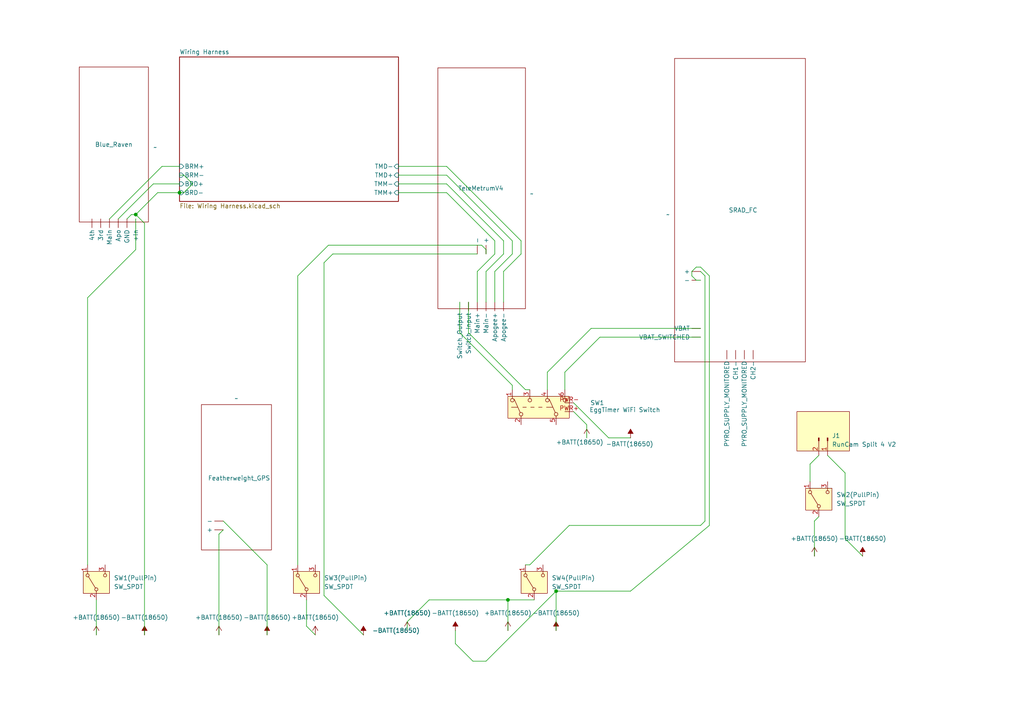
<source format=kicad_sch>
(kicad_sch
	(version 20250114)
	(generator "eeschema")
	(generator_version "9.0")
	(uuid "f8d5e588-4357-488b-83a5-c5507066dba0")
	(paper "A4")
	(title_block
		(title "Liquid Project Avionics Bay Wiring")
		(date "2025-10-11")
		(rev "IR")
		(company "Missouri S&T Rocket Design Team")
		(comment 1 "Author(s): Isaac Lough")
	)
	(lib_symbols
		(symbol "Connector:Conn_01x02_Pin"
			(pin_names
				(offset 1.016)
				(hide yes)
			)
			(exclude_from_sim no)
			(in_bom yes)
			(on_board yes)
			(property "Reference" "J1"
				(at -0.6351 1.27 90)
				(effects
					(font
						(size 1.27 1.27)
					)
					(justify left)
				)
			)
			(property "Value" "RunCam Split 4 V2"
				(at 1.9049 1.27 90)
				(effects
					(font
						(size 1.27 1.27)
					)
					(justify left)
				)
			)
			(property "Footprint" ""
				(at 0 0 0)
				(effects
					(font
						(size 1.27 1.27)
					)
					(hide yes)
				)
			)
			(property "Datasheet" "~"
				(at 0 0 0)
				(effects
					(font
						(size 1.27 1.27)
					)
					(hide yes)
				)
			)
			(property "Description" "Generic connector, single row, 01x02, script generated"
				(at 0 0 0)
				(effects
					(font
						(size 1.27 1.27)
					)
					(hide yes)
				)
			)
			(property "ki_locked" ""
				(at 0 0 0)
				(effects
					(font
						(size 1.27 1.27)
					)
				)
			)
			(property "ki_keywords" "connector"
				(at 0 0 0)
				(effects
					(font
						(size 1.27 1.27)
					)
					(hide yes)
				)
			)
			(property "ki_fp_filters" "Connector*:*_1x??_*"
				(at 0 0 0)
				(effects
					(font
						(size 1.27 1.27)
					)
					(hide yes)
				)
			)
			(symbol "Conn_01x02_Pin_1_1"
				(rectangle
					(start -7.62 6.35)
					(end 3.81 -8.89)
					(stroke
						(width 0)
						(type solid)
					)
					(fill
						(type color)
						(color 255 255 194 1)
					)
				)
				(rectangle
					(start 0.8636 0.127)
					(end 0 -0.127)
					(stroke
						(width 0.1524)
						(type default)
					)
					(fill
						(type outline)
					)
				)
				(rectangle
					(start 0.8636 -2.413)
					(end 0 -2.667)
					(stroke
						(width 0.1524)
						(type default)
					)
					(fill
						(type outline)
					)
				)
				(polyline
					(pts
						(xy 1.27 0) (xy 0.8636 0)
					)
					(stroke
						(width 0.1524)
						(type default)
					)
					(fill
						(type none)
					)
				)
				(polyline
					(pts
						(xy 1.27 -2.54) (xy 0.8636 -2.54)
					)
					(stroke
						(width 0.1524)
						(type default)
					)
					(fill
						(type none)
					)
				)
				(pin passive line
					(at 5.08 0 180)
					(length 3.81)
					(name "Pin_1"
						(effects
							(font
								(size 1.27 1.27)
							)
						)
					)
					(number "1"
						(effects
							(font
								(size 1.27 1.27)
							)
						)
					)
				)
				(pin passive line
					(at 5.08 -2.54 180)
					(length 3.81)
					(name "Pin_2"
						(effects
							(font
								(size 1.27 1.27)
							)
						)
					)
					(number "2"
						(effects
							(font
								(size 1.27 1.27)
							)
						)
					)
				)
			)
			(embedded_fonts no)
		)
		(symbol "MST_RDT_Altimeters:BlueRavenV4"
			(exclude_from_sim no)
			(in_bom yes)
			(on_board yes)
			(property "Reference" "BlueRaven"
				(at 0 0 0)
				(effects
					(font
						(size 1.27 1.27)
					)
					(hide yes)
				)
			)
			(property "Value" ""
				(at 0 0 0)
				(effects
					(font
						(size 1.27 1.27)
					)
				)
			)
			(property "Footprint" ""
				(at 0 0 0)
				(effects
					(font
						(size 1.27 1.27)
					)
					(hide yes)
				)
			)
			(property "Datasheet" ""
				(at 0 0 0)
				(effects
					(font
						(size 1.27 1.27)
					)
					(hide yes)
				)
			)
			(property "Description" ""
				(at 0 0 0)
				(effects
					(font
						(size 1.27 1.27)
					)
					(hide yes)
				)
			)
			(symbol "BlueRavenV4_0_1"
				(rectangle
					(start -10.033 22.479)
					(end 10.033 -22.479)
					(stroke
						(width 0)
						(type default)
					)
					(fill
						(type none)
					)
				)
			)
			(symbol "BlueRavenV4_1_1"
				(pin input line
					(at -6.35 -21.59 270)
					(length 2.54)
					(name "4th"
						(effects
							(font
								(size 1.27 1.27)
							)
						)
					)
					(number ""
						(effects
							(font
								(size 1.27 1.27)
							)
						)
					)
				)
				(pin input line
					(at -3.81 -21.59 270)
					(length 2.54)
					(name "3rd"
						(effects
							(font
								(size 1.27 1.27)
							)
						)
					)
					(number ""
						(effects
							(font
								(size 1.27 1.27)
							)
						)
					)
				)
				(pin input line
					(at -1.27 -21.59 270)
					(length 2.54)
					(name "Main"
						(effects
							(font
								(size 1.27 1.27)
							)
						)
					)
					(number ""
						(effects
							(font
								(size 1.27 1.27)
							)
						)
					)
				)
				(pin input line
					(at 1.27 -21.59 270)
					(length 2.54)
					(name "Apo"
						(effects
							(font
								(size 1.27 1.27)
							)
						)
					)
					(number ""
						(effects
							(font
								(size 1.27 1.27)
							)
						)
					)
				)
				(pin input line
					(at 3.81 -21.59 270)
					(length 2.54)
					(name "GND"
						(effects
							(font
								(size 1.27 1.27)
							)
						)
					)
					(number ""
						(effects
							(font
								(size 1.27 1.27)
							)
						)
					)
				)
				(pin input line
					(at 6.35 -21.59 270)
					(length 2.54)
					(name "+In"
						(effects
							(font
								(size 1.27 1.27)
							)
						)
					)
					(number ""
						(effects
							(font
								(size 1.27 1.27)
							)
						)
					)
				)
			)
			(embedded_fonts no)
		)
		(symbol "MST_RDT_Altimeters:Featherweight_GPS"
			(exclude_from_sim no)
			(in_bom yes)
			(on_board yes)
			(property "Reference" "FeatherweightGPS"
				(at 0 0 0)
				(effects
					(font
						(size 1.27 1.27)
					)
				)
			)
			(property "Value" ""
				(at 0 0 0)
				(effects
					(font
						(size 1.27 1.27)
					)
				)
			)
			(property "Footprint" ""
				(at 0 0 0)
				(effects
					(font
						(size 1.27 1.27)
					)
					(hide yes)
				)
			)
			(property "Datasheet" ""
				(at 0 0 0)
				(effects
					(font
						(size 1.27 1.27)
					)
					(hide yes)
				)
			)
			(property "Description" ""
				(at 0 0 0)
				(effects
					(font
						(size 1.27 1.27)
					)
					(hide yes)
				)
			)
			(symbol "Featherweight_GPS_0_1"
				(rectangle
					(start -10.16 21.082)
					(end 10.16 -21.082)
					(stroke
						(width 0)
						(type default)
					)
					(fill
						(type none)
					)
				)
			)
			(symbol "Featherweight_GPS_1_1"
				(pin power_in line
					(at -3.81 -12.7 180)
					(length 2.54)
					(name "-"
						(effects
							(font
								(size 1.27 1.27)
							)
						)
					)
					(number ""
						(effects
							(font
								(size 1.27 1.27)
							)
						)
					)
				)
				(pin power_in line
					(at -3.81 -15.24 180)
					(length 2.54)
					(name "+"
						(effects
							(font
								(size 1.27 1.27)
							)
						)
					)
					(number ""
						(effects
							(font
								(size 1.27 1.27)
							)
						)
					)
				)
			)
			(embedded_fonts no)
		)
		(symbol "MST_RDT_Altimeters:SRAD_FC"
			(exclude_from_sim no)
			(in_bom yes)
			(on_board yes)
			(property "Reference" "SRAD_FC"
				(at 0 0 0)
				(effects
					(font
						(size 1.27 1.27)
					)
				)
			)
			(property "Value" ""
				(at 0 0 0)
				(effects
					(font
						(size 1.27 1.27)
					)
				)
			)
			(property "Footprint" ""
				(at 0 0 0)
				(effects
					(font
						(size 1.27 1.27)
					)
					(hide yes)
				)
			)
			(property "Datasheet" ""
				(at 0 0 0)
				(effects
					(font
						(size 1.27 1.27)
					)
					(hide yes)
				)
			)
			(property "Description" ""
				(at 0 0 0)
				(effects
					(font
						(size 1.27 1.27)
					)
					(hide yes)
				)
			)
			(symbol "SRAD_FC_0_1"
				(rectangle
					(start -18.975 44)
					(end 18.975 -44)
					(stroke
						(width 0)
						(type default)
					)
					(fill
						(type none)
					)
				)
			)
			(symbol "SRAD_FC_1_1"
				(pin input line
					(at -11.43 -17.78 180)
					(length 2.54)
					(name "+"
						(effects
							(font
								(size 1.27 1.27)
							)
						)
					)
					(number ""
						(effects
							(font
								(size 1.27 1.27)
							)
						)
					)
				)
				(pin input line
					(at -11.43 -20.32 180)
					(length 2.54)
					(name "-"
						(effects
							(font
								(size 1.27 1.27)
							)
						)
					)
					(number ""
						(effects
							(font
								(size 1.27 1.27)
							)
						)
					)
				)
				(pin input line
					(at -11.43 -34.29 180)
					(length 2.54)
					(name "VBAT"
						(effects
							(font
								(size 1.27 1.27)
							)
						)
					)
					(number ""
						(effects
							(font
								(size 1.27 1.27)
							)
						)
					)
				)
				(pin input line
					(at -11.43 -36.83 180)
					(length 2.54)
					(name "VBAT_SWITCHED"
						(effects
							(font
								(size 1.27 1.27)
							)
						)
					)
					(number ""
						(effects
							(font
								(size 1.27 1.27)
							)
						)
					)
				)
				(pin input line
					(at -3.81 -40.64 270)
					(length 2.54)
					(name "PYRO_SUPPLY_MONITORED"
						(effects
							(font
								(size 1.27 1.27)
							)
						)
					)
					(number ""
						(effects
							(font
								(size 1.27 1.27)
							)
						)
					)
				)
				(pin input line
					(at -1.27 -40.64 270)
					(length 2.54)
					(name "CH1-"
						(effects
							(font
								(size 1.27 1.27)
							)
						)
					)
					(number ""
						(effects
							(font
								(size 1.27 1.27)
							)
						)
					)
				)
				(pin input line
					(at 1.27 -40.64 270)
					(length 2.54)
					(name "PYRO_SUPPLY_MONITORED"
						(effects
							(font
								(size 1.27 1.27)
							)
						)
					)
					(number ""
						(effects
							(font
								(size 1.27 1.27)
							)
						)
					)
				)
				(pin input line
					(at 3.81 -40.64 270)
					(length 2.54)
					(name "CH2-"
						(effects
							(font
								(size 1.27 1.27)
							)
						)
					)
					(number ""
						(effects
							(font
								(size 1.27 1.27)
							)
						)
					)
				)
			)
			(embedded_fonts no)
		)
		(symbol "MST_RDT_Altimeters:TeleMetrum_V4"
			(exclude_from_sim no)
			(in_bom yes)
			(on_board yes)
			(property "Reference" "TeleMetrumV4"
				(at 0 0 0)
				(effects
					(font
						(size 1.27 1.27)
					)
				)
			)
			(property "Value" ""
				(at 0 0 0)
				(effects
					(font
						(size 1.27 1.27)
					)
				)
			)
			(property "Footprint" ""
				(at 0 0 0)
				(effects
					(font
						(size 1.27 1.27)
					)
					(hide yes)
				)
			)
			(property "Datasheet" ""
				(at 0 0 0)
				(effects
					(font
						(size 1.27 1.27)
					)
					(hide yes)
				)
			)
			(property "Description" ""
				(at 0 0 0)
				(effects
					(font
						(size 1.27 1.27)
					)
					(hide yes)
				)
			)
			(symbol "TeleMetrum_V4_0_1"
				(rectangle
					(start -12.7 34.925)
					(end 12.7 -34.925)
					(stroke
						(width 0)
						(type default)
					)
					(fill
						(type none)
					)
				)
			)
			(symbol "TeleMetrum_V4_1_1"
				(pin input line
					(at -6.35 -33.02 270)
					(length 2.54)
					(name "Switch_Output"
						(effects
							(font
								(size 1.27 1.27)
							)
						)
					)
					(number ""
						(effects
							(font
								(size 1.27 1.27)
							)
						)
					)
				)
				(pin input line
					(at -3.81 -33.02 270)
					(length 2.54)
					(name "Switch_Input"
						(effects
							(font
								(size 1.27 1.27)
							)
						)
					)
					(number ""
						(effects
							(font
								(size 1.27 1.27)
							)
						)
					)
				)
				(pin power_in line
					(at -1.27 -19.05 90)
					(length 2.54)
					(name "-"
						(effects
							(font
								(size 1.27 1.27)
							)
						)
					)
					(number ""
						(effects
							(font
								(size 1.27 1.27)
							)
						)
					)
				)
				(pin input line
					(at -1.27 -33.02 270)
					(length 2.54)
					(name "Main+"
						(effects
							(font
								(size 1.27 1.27)
							)
						)
					)
					(number ""
						(effects
							(font
								(size 1.27 1.27)
							)
						)
					)
				)
				(pin power_in line
					(at 1.27 -19.05 90)
					(length 2.54)
					(name "+"
						(effects
							(font
								(size 1.27 1.27)
							)
						)
					)
					(number ""
						(effects
							(font
								(size 1.27 1.27)
							)
						)
					)
				)
				(pin input line
					(at 1.27 -33.02 270)
					(length 2.54)
					(name "Main-"
						(effects
							(font
								(size 1.27 1.27)
							)
						)
					)
					(number ""
						(effects
							(font
								(size 1.27 1.27)
							)
						)
					)
				)
				(pin input line
					(at 3.81 -33.02 270)
					(length 2.54)
					(name "Apogee+"
						(effects
							(font
								(size 1.27 1.27)
							)
						)
					)
					(number ""
						(effects
							(font
								(size 1.27 1.27)
							)
						)
					)
				)
				(pin input line
					(at 6.35 -33.02 270)
					(length 2.54)
					(name "Apogee-"
						(effects
							(font
								(size 1.27 1.27)
							)
						)
					)
					(number ""
						(effects
							(font
								(size 1.27 1.27)
							)
						)
					)
				)
			)
			(embedded_fonts no)
		)
		(symbol "Switch:SW_Push_DPDT"
			(pin_names
				(offset 0)
				(hide yes)
			)
			(exclude_from_sim no)
			(in_bom yes)
			(on_board yes)
			(property "Reference" "SW1"
				(at 1.2701 -10.16 90)
				(effects
					(font
						(size 1.27 1.27)
					)
					(justify right)
				)
			)
			(property "Value" "EggTimer WiFi Switch"
				(at -1.2699 -10.16 90)
				(effects
					(font
						(size 1.27 1.27)
					)
					(justify right)
				)
			)
			(property "Footprint" ""
				(at 0 5.08 0)
				(effects
					(font
						(size 1.27 1.27)
					)
					(hide yes)
				)
			)
			(property "Datasheet" "~"
				(at 0 5.08 0)
				(effects
					(font
						(size 1.27 1.27)
					)
					(hide yes)
				)
			)
			(property "Description" "Momentary Switch, dual pole double throw"
				(at 0 0 0)
				(effects
					(font
						(size 1.27 1.27)
					)
					(hide yes)
				)
			)
			(property "ki_keywords" "switch dual-pole double-throw spdt ON-ON"
				(at 0 0 0)
				(effects
					(font
						(size 1.27 1.27)
					)
					(hide yes)
				)
			)
			(symbol "SW_Push_DPDT_0_0"
				(circle
					(center -2.032 5.08)
					(radius 0.508)
					(stroke
						(width 0)
						(type default)
					)
					(fill
						(type none)
					)
				)
				(circle
					(center -2.032 -5.08)
					(radius 0.508)
					(stroke
						(width 0)
						(type default)
					)
					(fill
						(type none)
					)
				)
				(circle
					(center 2.032 2.54)
					(radius 0.508)
					(stroke
						(width 0)
						(type default)
					)
					(fill
						(type none)
					)
				)
				(circle
					(center 2.032 -7.62)
					(radius 0.508)
					(stroke
						(width 0)
						(type default)
					)
					(fill
						(type none)
					)
				)
			)
			(symbol "SW_Push_DPDT_0_1"
				(polyline
					(pts
						(xy -1.524 5.334) (xy 2.3368 7.0612)
					)
					(stroke
						(width 0)
						(type default)
					)
					(fill
						(type none)
					)
				)
				(polyline
					(pts
						(xy -1.524 -4.826) (xy 2.3368 -3.0988)
					)
					(stroke
						(width 0)
						(type default)
					)
					(fill
						(type none)
					)
				)
				(polyline
					(pts
						(xy 0 7.874) (xy 0 6.096)
					)
					(stroke
						(width 0)
						(type default)
					)
					(fill
						(type none)
					)
				)
				(polyline
					(pts
						(xy 0 3.556) (xy 0 4.572)
					)
					(stroke
						(width 0)
						(type default)
					)
					(fill
						(type none)
					)
				)
				(polyline
					(pts
						(xy 0 1.27) (xy 0 2.286)
					)
					(stroke
						(width 0)
						(type default)
					)
					(fill
						(type none)
					)
				)
				(polyline
					(pts
						(xy 0 -1.016) (xy 0 0)
					)
					(stroke
						(width 0)
						(type default)
					)
					(fill
						(type none)
					)
				)
				(polyline
					(pts
						(xy 0 -2.286) (xy 0 -4.064)
					)
					(stroke
						(width 0)
						(type default)
					)
					(fill
						(type none)
					)
				)
				(circle
					(center 2.032 7.62)
					(radius 0.508)
					(stroke
						(width 0)
						(type default)
					)
					(fill
						(type none)
					)
				)
				(circle
					(center 2.032 -2.54)
					(radius 0.508)
					(stroke
						(width 0)
						(type default)
					)
					(fill
						(type none)
					)
				)
			)
			(symbol "SW_Push_DPDT_1_1"
				(rectangle
					(start -3.175 8.89)
					(end 3.175 -8.89)
					(stroke
						(width 0)
						(type default)
					)
					(fill
						(type background)
					)
				)
				(pin passive line
					(at -5.08 5.08 0)
					(length 2.54)
					(name "B"
						(effects
							(font
								(size 1.27 1.27)
							)
						)
					)
					(number "2"
						(effects
							(font
								(size 1.27 1.27)
							)
						)
					)
				)
				(pin passive line
					(at -5.08 -5.08 0)
					(length 2.54)
					(name "B"
						(effects
							(font
								(size 1.27 1.27)
							)
						)
					)
					(number "5"
						(effects
							(font
								(size 1.27 1.27)
							)
						)
					)
				)
				(pin power_in line
					(at -1.27 -10.16 90)
					(length 2.54)
					(name "PWR+"
						(effects
							(font
								(size 1.27 1.27)
							)
						)
					)
					(number "PWR+"
						(effects
							(font
								(size 1.27 1.27)
							)
						)
					)
				)
				(pin power_in line
					(at 1.27 -10.16 90)
					(length 2.54)
					(name "PWR-"
						(effects
							(font
								(size 1.27 1.27)
							)
						)
					)
					(number "PWR-"
						(effects
							(font
								(size 1.27 1.27)
							)
						)
					)
				)
				(pin passive line
					(at 5.08 7.62 180)
					(length 2.54)
					(name "A"
						(effects
							(font
								(size 1.27 1.27)
							)
						)
					)
					(number "1"
						(effects
							(font
								(size 1.27 1.27)
							)
						)
					)
				)
				(pin passive line
					(at 5.08 2.54 180)
					(length 2.54)
					(name "C"
						(effects
							(font
								(size 1.27 1.27)
							)
						)
					)
					(number "3"
						(effects
							(font
								(size 1.27 1.27)
							)
						)
					)
				)
				(pin passive line
					(at 5.08 -2.54 180)
					(length 2.54)
					(name "A"
						(effects
							(font
								(size 1.27 1.27)
							)
						)
					)
					(number "4"
						(effects
							(font
								(size 1.27 1.27)
							)
						)
					)
				)
				(pin passive line
					(at 5.08 -7.62 180)
					(length 2.54)
					(name "C"
						(effects
							(font
								(size 1.27 1.27)
							)
						)
					)
					(number "6"
						(effects
							(font
								(size 1.27 1.27)
							)
						)
					)
				)
			)
			(embedded_fonts no)
		)
		(symbol "Switch:SW_SPDT"
			(pin_names
				(offset 0)
				(hide yes)
			)
			(exclude_from_sim no)
			(in_bom yes)
			(on_board yes)
			(property "Reference" "SW"
				(at 0 5.08 0)
				(effects
					(font
						(size 1.27 1.27)
					)
				)
			)
			(property "Value" "SW_SPDT"
				(at 0 -5.08 0)
				(effects
					(font
						(size 1.27 1.27)
					)
				)
			)
			(property "Footprint" ""
				(at 0 0 0)
				(effects
					(font
						(size 1.27 1.27)
					)
					(hide yes)
				)
			)
			(property "Datasheet" "~"
				(at 0 -7.62 0)
				(effects
					(font
						(size 1.27 1.27)
					)
					(hide yes)
				)
			)
			(property "Description" "Switch, single pole double throw"
				(at 0 0 0)
				(effects
					(font
						(size 1.27 1.27)
					)
					(hide yes)
				)
			)
			(property "ki_keywords" "switch single-pole double-throw spdt ON-ON"
				(at 0 0 0)
				(effects
					(font
						(size 1.27 1.27)
					)
					(hide yes)
				)
			)
			(symbol "SW_SPDT_0_1"
				(circle
					(center -2.032 0)
					(radius 0.4572)
					(stroke
						(width 0)
						(type default)
					)
					(fill
						(type none)
					)
				)
				(polyline
					(pts
						(xy -1.651 0.254) (xy 1.651 2.286)
					)
					(stroke
						(width 0)
						(type default)
					)
					(fill
						(type none)
					)
				)
				(circle
					(center 2.032 2.54)
					(radius 0.4572)
					(stroke
						(width 0)
						(type default)
					)
					(fill
						(type none)
					)
				)
				(circle
					(center 2.032 -2.54)
					(radius 0.4572)
					(stroke
						(width 0)
						(type default)
					)
					(fill
						(type none)
					)
				)
			)
			(symbol "SW_SPDT_1_1"
				(rectangle
					(start -3.175 3.81)
					(end 3.175 -3.81)
					(stroke
						(width 0)
						(type default)
					)
					(fill
						(type background)
					)
				)
				(pin passive line
					(at -5.08 0 0)
					(length 2.54)
					(name "B"
						(effects
							(font
								(size 1.27 1.27)
							)
						)
					)
					(number "2"
						(effects
							(font
								(size 1.27 1.27)
							)
						)
					)
				)
				(pin passive line
					(at 5.08 2.54 180)
					(length 2.54)
					(name "A"
						(effects
							(font
								(size 1.27 1.27)
							)
						)
					)
					(number "1"
						(effects
							(font
								(size 1.27 1.27)
							)
						)
					)
				)
				(pin passive line
					(at 5.08 -2.54 180)
					(length 2.54)
					(name "C"
						(effects
							(font
								(size 1.27 1.27)
							)
						)
					)
					(number "3"
						(effects
							(font
								(size 1.27 1.27)
							)
						)
					)
				)
			)
			(embedded_fonts no)
		)
		(symbol "power:+BATT"
			(power)
			(pin_numbers
				(hide yes)
			)
			(pin_names
				(offset 0)
				(hide yes)
			)
			(exclude_from_sim no)
			(in_bom yes)
			(on_board yes)
			(property "Reference" "#PWR"
				(at 0 -3.81 0)
				(effects
					(font
						(size 1.27 1.27)
					)
					(hide yes)
				)
			)
			(property "Value" "+BATT"
				(at 0 3.556 0)
				(effects
					(font
						(size 1.27 1.27)
					)
				)
			)
			(property "Footprint" ""
				(at 0 0 0)
				(effects
					(font
						(size 1.27 1.27)
					)
					(hide yes)
				)
			)
			(property "Datasheet" ""
				(at 0 0 0)
				(effects
					(font
						(size 1.27 1.27)
					)
					(hide yes)
				)
			)
			(property "Description" "Power symbol creates a global label with name \"+BATT\""
				(at 0 0 0)
				(effects
					(font
						(size 1.27 1.27)
					)
					(hide yes)
				)
			)
			(property "ki_keywords" "global power battery"
				(at 0 0 0)
				(effects
					(font
						(size 1.27 1.27)
					)
					(hide yes)
				)
			)
			(symbol "+BATT_0_1"
				(polyline
					(pts
						(xy -0.762 1.27) (xy 0 2.54)
					)
					(stroke
						(width 0)
						(type default)
					)
					(fill
						(type none)
					)
				)
				(polyline
					(pts
						(xy 0 2.54) (xy 0.762 1.27)
					)
					(stroke
						(width 0)
						(type default)
					)
					(fill
						(type none)
					)
				)
				(polyline
					(pts
						(xy 0 0) (xy 0 2.54)
					)
					(stroke
						(width 0)
						(type default)
					)
					(fill
						(type none)
					)
				)
			)
			(symbol "+BATT_1_1"
				(pin power_in line
					(at 0 0 90)
					(length 0)
					(name "~"
						(effects
							(font
								(size 1.27 1.27)
							)
						)
					)
					(number "1"
						(effects
							(font
								(size 1.27 1.27)
							)
						)
					)
				)
			)
			(embedded_fonts no)
		)
		(symbol "power:-BATT"
			(power)
			(pin_numbers
				(hide yes)
			)
			(pin_names
				(offset 0)
				(hide yes)
			)
			(exclude_from_sim no)
			(in_bom yes)
			(on_board yes)
			(property "Reference" "#PWR"
				(at 0 -3.81 0)
				(effects
					(font
						(size 1.27 1.27)
					)
					(hide yes)
				)
			)
			(property "Value" "-BATT"
				(at 0 3.556 0)
				(effects
					(font
						(size 1.27 1.27)
					)
				)
			)
			(property "Footprint" ""
				(at 0 0 0)
				(effects
					(font
						(size 1.27 1.27)
					)
					(hide yes)
				)
			)
			(property "Datasheet" ""
				(at 0 0 0)
				(effects
					(font
						(size 1.27 1.27)
					)
					(hide yes)
				)
			)
			(property "Description" "Power symbol creates a global label with name \"-BATT\""
				(at 0 0 0)
				(effects
					(font
						(size 1.27 1.27)
					)
					(hide yes)
				)
			)
			(property "ki_keywords" "global power battery"
				(at 0 0 0)
				(effects
					(font
						(size 1.27 1.27)
					)
					(hide yes)
				)
			)
			(symbol "-BATT_0_1"
				(polyline
					(pts
						(xy 0 0) (xy 0 2.54)
					)
					(stroke
						(width 0)
						(type default)
					)
					(fill
						(type none)
					)
				)
				(polyline
					(pts
						(xy 0.762 1.27) (xy -0.762 1.27) (xy 0 2.54) (xy 0.762 1.27)
					)
					(stroke
						(width 0)
						(type default)
					)
					(fill
						(type outline)
					)
				)
			)
			(symbol "-BATT_1_1"
				(pin power_in line
					(at 0 0 90)
					(length 0)
					(name "~"
						(effects
							(font
								(size 1.27 1.27)
							)
						)
					)
					(number "1"
						(effects
							(font
								(size 1.27 1.27)
							)
						)
					)
				)
			)
			(embedded_fonts no)
		)
	)
	(junction
		(at 39.37 62.23)
		(diameter 0)
		(color 0 0 0 0)
		(uuid "32f1adfa-dbf6-4b3f-b79b-267a6881d852")
	)
	(junction
		(at 147.32 173.99)
		(diameter 0)
		(color 0 0 0 0)
		(uuid "a39678c0-712a-4b6e-92b1-937a00ad6ac6")
	)
	(junction
		(at 52.07 55.88)
		(diameter 0)
		(color 0 0 0 0)
		(uuid "ef79c271-25e7-43bf-ae60-bd966701f334")
	)
	(junction
		(at 161.29 171.45)
		(diameter 0)
		(color 0 0 0 0)
		(uuid "f6d92238-dfef-4525-b30c-3d720d73f531")
	)
	(wire
		(pts
			(xy 143.51 69.85) (xy 129.54 55.88)
		)
		(stroke
			(width 0)
			(type default)
		)
		(uuid "02681cde-08d4-4ead-86d6-98aab61d6745")
	)
	(wire
		(pts
			(xy 55.88 53.34) (xy 53.34 55.88)
		)
		(stroke
			(width 0)
			(type default)
		)
		(uuid "0a1cb9b6-62d0-4d29-97d0-1c66ccb7448b")
	)
	(wire
		(pts
			(xy 148.59 111.76) (xy 133.35 96.52)
		)
		(stroke
			(width 0)
			(type default)
		)
		(uuid "0b297092-9811-4aad-8818-e6637250fe5f")
	)
	(wire
		(pts
			(xy 146.05 78.74) (xy 146.05 87.63)
		)
		(stroke
			(width 0)
			(type default)
		)
		(uuid "0c76406e-8726-4eee-9d1c-5a28e885fe92")
	)
	(wire
		(pts
			(xy 182.88 127) (xy 176.53 127)
		)
		(stroke
			(width 0)
			(type default)
		)
		(uuid "13f3a868-8722-4ae1-83d7-4455cd9bb3b6")
	)
	(wire
		(pts
			(xy 234.95 134.62) (xy 237.49 132.08)
		)
		(stroke
			(width 0)
			(type default)
		)
		(uuid "163495a7-d191-4b51-ad7a-4d819b550c2f")
	)
	(wire
		(pts
			(xy 115.57 50.8) (xy 129.54 50.8)
		)
		(stroke
			(width 0)
			(type default)
		)
		(uuid "17c3d99c-bf1e-49f7-bd33-4bc2f87cf01c")
	)
	(wire
		(pts
			(xy 140.97 78.74) (xy 140.97 87.63)
		)
		(stroke
			(width 0)
			(type default)
		)
		(uuid "195f6e72-7903-4de6-91bd-7fa31ff28e41")
	)
	(wire
		(pts
			(xy 152.4 163.83) (xy 153.67 163.83)
		)
		(stroke
			(width 0)
			(type default)
		)
		(uuid "2087e100-1aae-4874-bfa8-e325271cfb79")
	)
	(wire
		(pts
			(xy 38.1 62.23) (xy 39.37 62.23)
		)
		(stroke
			(width 0)
			(type default)
		)
		(uuid "2307144e-4378-443d-a231-1258d35826cd")
	)
	(wire
		(pts
			(xy 148.59 69.85) (xy 129.54 50.8)
		)
		(stroke
			(width 0)
			(type default)
		)
		(uuid "23795f60-af68-44aa-9234-42663937c58f")
	)
	(wire
		(pts
			(xy 41.91 184.15) (xy 41.91 64.77)
		)
		(stroke
			(width 0)
			(type default)
		)
		(uuid "2743412e-d042-40ac-996d-8f3d04ad94a1")
	)
	(wire
		(pts
			(xy 115.57 53.34) (xy 129.54 53.34)
		)
		(stroke
			(width 0)
			(type default)
		)
		(uuid "2b9efacf-9054-4486-8bf7-c4cbae583402")
	)
	(wire
		(pts
			(xy 63.5 184.15) (xy 63.5 154.94)
		)
		(stroke
			(width 0)
			(type default)
		)
		(uuid "2cc11cc6-8d1d-45aa-a0a9-e12319b6a9b0")
	)
	(wire
		(pts
			(xy 118.11 180.34) (xy 124.46 173.99)
		)
		(stroke
			(width 0)
			(type default)
		)
		(uuid "2d8ecf48-5785-442a-adf5-734e33aab7ed")
	)
	(wire
		(pts
			(xy 236.22 161.29) (xy 236.22 151.13)
		)
		(stroke
			(width 0)
			(type default)
		)
		(uuid "2fa61f2b-5a76-4186-88f2-f3ffa7bbc507")
	)
	(wire
		(pts
			(xy 201.93 77.47) (xy 200.66 78.74)
		)
		(stroke
			(width 0)
			(type default)
		)
		(uuid "32501ecd-8877-435f-99c2-9b983e4a44bd")
	)
	(wire
		(pts
			(xy 152.4 113.03) (xy 153.67 113.03)
		)
		(stroke
			(width 0)
			(type default)
		)
		(uuid "355376b4-37a8-46f2-85b1-1c51b40d14f8")
	)
	(wire
		(pts
			(xy 63.5 154.94) (xy 64.77 153.67)
		)
		(stroke
			(width 0)
			(type default)
		)
		(uuid "373d2114-f74d-4a4d-8752-42349730e29d")
	)
	(wire
		(pts
			(xy 46.99 48.26) (xy 52.07 48.26)
		)
		(stroke
			(width 0)
			(type default)
		)
		(uuid "38e60084-450c-4138-b70a-5184f68e0673")
	)
	(wire
		(pts
			(xy 203.2 152.4) (xy 204.47 151.13)
		)
		(stroke
			(width 0)
			(type default)
		)
		(uuid "3bc398e8-609e-4fae-87f6-0a74b5cedec3")
	)
	(wire
		(pts
			(xy 25.4 163.83) (xy 25.4 86.36)
		)
		(stroke
			(width 0)
			(type default)
		)
		(uuid "3fb05b33-6283-4561-bfe8-bf4afb4a1d0b")
	)
	(wire
		(pts
			(xy 143.51 78.74) (xy 143.51 87.63)
		)
		(stroke
			(width 0)
			(type default)
		)
		(uuid "3fb8cda6-d16e-47b7-841a-081e34a10675")
	)
	(wire
		(pts
			(xy 52.07 50.8) (xy 53.34 50.8)
		)
		(stroke
			(width 0)
			(type default)
		)
		(uuid "419ea04d-1661-4db5-a0d9-978ce8eb66a5")
	)
	(wire
		(pts
			(xy 234.95 139.7) (xy 234.95 134.62)
		)
		(stroke
			(width 0)
			(type default)
		)
		(uuid "433ef651-a775-4231-bca7-f94332f24744")
	)
	(wire
		(pts
			(xy 77.47 184.15) (xy 77.47 163.83)
		)
		(stroke
			(width 0)
			(type default)
		)
		(uuid "45426ba7-7aa0-438f-8c05-8d717d6da1c8")
	)
	(wire
		(pts
			(xy 93.98 76.2) (xy 93.98 172.72)
		)
		(stroke
			(width 0)
			(type default)
		)
		(uuid "4cba69da-1c19-4122-9f9c-f3550fdb7875")
	)
	(wire
		(pts
			(xy 182.88 171.45) (xy 161.29 171.45)
		)
		(stroke
			(width 0)
			(type default)
		)
		(uuid "4dcae9e1-b71a-4168-b38b-cb56f0d93ffb")
	)
	(wire
		(pts
			(xy 31.75 63.5) (xy 46.99 48.26)
		)
		(stroke
			(width 0)
			(type default)
		)
		(uuid "4e4e46ac-e127-48ab-a239-ccd0420eb67e")
	)
	(wire
		(pts
			(xy 140.97 72.39) (xy 139.7 71.12)
		)
		(stroke
			(width 0)
			(type default)
		)
		(uuid "4f3a3d66-309b-406c-831e-97ca568ddbda")
	)
	(wire
		(pts
			(xy 245.11 156.21) (xy 250.19 161.29)
		)
		(stroke
			(width 0)
			(type default)
		)
		(uuid "542e3bc7-4f6c-4f7e-8d7c-b46cc2f38a45")
	)
	(wire
		(pts
			(xy 158.75 107.95) (xy 171.45 95.25)
		)
		(stroke
			(width 0)
			(type default)
		)
		(uuid "545ff486-8b4d-485b-a55b-0729cf2f5909")
	)
	(wire
		(pts
			(xy 182.88 171.45) (xy 205.74 152.4)
		)
		(stroke
			(width 0)
			(type default)
		)
		(uuid "5495d53e-125e-45ba-bf5d-ab3cc20b81a1")
	)
	(wire
		(pts
			(xy 245.11 137.16) (xy 245.11 156.21)
		)
		(stroke
			(width 0)
			(type default)
		)
		(uuid "568108be-741a-467d-828a-fd3c1d2e66fa")
	)
	(wire
		(pts
			(xy 93.98 172.72) (xy 105.41 184.15)
		)
		(stroke
			(width 0)
			(type default)
		)
		(uuid "59a14d9d-e1b3-4116-9212-d8a36ef9176f")
	)
	(wire
		(pts
			(xy 240.03 132.08) (xy 245.11 137.16)
		)
		(stroke
			(width 0)
			(type default)
		)
		(uuid "5a1da8b8-678a-439a-a2c0-32e99d05ffdf")
	)
	(wire
		(pts
			(xy 205.74 80.01) (xy 203.2 77.47)
		)
		(stroke
			(width 0)
			(type default)
		)
		(uuid "5dae54dc-28e8-4949-b875-4f9c9f557a64")
	)
	(wire
		(pts
			(xy 88.9 173.99) (xy 88.9 181.61)
		)
		(stroke
			(width 0)
			(type default)
		)
		(uuid "617d6268-db29-4769-af64-7e419534a1ab")
	)
	(wire
		(pts
			(xy 173.99 97.79) (xy 163.83 107.95)
		)
		(stroke
			(width 0)
			(type default)
		)
		(uuid "6298aa6d-4935-45cb-a1b9-ab59f75d1480")
	)
	(wire
		(pts
			(xy 147.32 173.99) (xy 154.94 173.99)
		)
		(stroke
			(width 0)
			(type default)
		)
		(uuid "634bdff7-4563-45dd-bf8d-5227a561dc1f")
	)
	(wire
		(pts
			(xy 34.29 63.5) (xy 44.45 53.34)
		)
		(stroke
			(width 0)
			(type default)
		)
		(uuid "68dba144-dd77-400e-b59d-cae01287caf8")
	)
	(wire
		(pts
			(xy 158.75 113.03) (xy 158.75 107.95)
		)
		(stroke
			(width 0)
			(type default)
		)
		(uuid "6c0b9c47-856f-45cc-b953-c91463127e07")
	)
	(wire
		(pts
			(xy 36.83 63.5) (xy 38.1 62.23)
		)
		(stroke
			(width 0)
			(type default)
		)
		(uuid "6cf93a71-be8b-4a0f-9620-663e8a3b047f")
	)
	(wire
		(pts
			(xy 163.83 107.95) (xy 163.83 113.03)
		)
		(stroke
			(width 0)
			(type default)
		)
		(uuid "6d690ca6-29c7-47d7-83e2-ddba21150801")
	)
	(wire
		(pts
			(xy 137.16 191.77) (xy 140.97 191.77)
		)
		(stroke
			(width 0)
			(type default)
		)
		(uuid "6e0e9dc0-4002-4c3d-be90-54487e8c436d")
	)
	(wire
		(pts
			(xy 132.08 182.88) (xy 132.08 186.69)
		)
		(stroke
			(width 0)
			(type default)
		)
		(uuid "6fc50e53-31eb-435d-a894-064835b677ec")
	)
	(wire
		(pts
			(xy 44.45 53.34) (xy 52.07 53.34)
		)
		(stroke
			(width 0)
			(type default)
		)
		(uuid "703cf8c6-32b6-4e18-a63d-341b0209797a")
	)
	(wire
		(pts
			(xy 146.05 78.74) (xy 151.13 73.66)
		)
		(stroke
			(width 0)
			(type default)
		)
		(uuid "71cee084-daa9-4006-a237-7bb5b834f14b")
	)
	(wire
		(pts
			(xy 52.07 55.88) (xy 45.72 55.88)
		)
		(stroke
			(width 0)
			(type default)
		)
		(uuid "746f0cb0-8052-4a75-ad20-4bb53751eaa3")
	)
	(wire
		(pts
			(xy 203.2 97.79) (xy 173.99 97.79)
		)
		(stroke
			(width 0)
			(type default)
		)
		(uuid "74ab1479-32ad-4960-9e72-dff9df6407e1")
	)
	(wire
		(pts
			(xy 39.37 62.23) (xy 41.91 64.77)
		)
		(stroke
			(width 0)
			(type default)
		)
		(uuid "7d16ebec-e632-404f-9e09-4ee5be4d5d33")
	)
	(wire
		(pts
			(xy 25.4 86.36) (xy 39.37 72.39)
		)
		(stroke
			(width 0)
			(type default)
		)
		(uuid "80fa280a-a940-41e2-bbb8-ed4cd012b8d5")
	)
	(wire
		(pts
			(xy 204.47 80.01) (xy 203.2 78.74)
		)
		(stroke
			(width 0)
			(type default)
		)
		(uuid "87872e5b-3dad-47f5-8d90-5a342e51fade")
	)
	(wire
		(pts
			(xy 39.37 63.5) (xy 39.37 72.39)
		)
		(stroke
			(width 0)
			(type default)
		)
		(uuid "88524524-ccb8-4f53-a467-adbda0627df7")
	)
	(wire
		(pts
			(xy 200.66 80.01) (xy 201.93 81.28)
		)
		(stroke
			(width 0)
			(type default)
		)
		(uuid "895bbcf7-0108-450f-b3e4-f99610229ab2")
	)
	(wire
		(pts
			(xy 146.05 69.85) (xy 146.05 73.66)
		)
		(stroke
			(width 0)
			(type default)
		)
		(uuid "898481f8-492e-4196-982d-fa4ebe0c3979")
	)
	(wire
		(pts
			(xy 45.72 55.88) (xy 39.37 62.23)
		)
		(stroke
			(width 0)
			(type default)
		)
		(uuid "8b378089-56f9-48ad-b7fc-fca3937047e6")
	)
	(wire
		(pts
			(xy 171.45 95.25) (xy 203.2 95.25)
		)
		(stroke
			(width 0)
			(type default)
		)
		(uuid "8d39dad1-c3cb-4e04-9482-f101839053a1")
	)
	(wire
		(pts
			(xy 161.29 182.88) (xy 161.29 171.45)
		)
		(stroke
			(width 0)
			(type default)
		)
		(uuid "8e3c362e-6531-46ba-b88f-1cc09e9a493d")
	)
	(wire
		(pts
			(xy 95.25 71.12) (xy 139.7 71.12)
		)
		(stroke
			(width 0)
			(type default)
		)
		(uuid "9061cd88-2738-4910-85a2-40fd47dff9f2")
	)
	(wire
		(pts
			(xy 135.89 87.63) (xy 135.89 96.52)
		)
		(stroke
			(width 0)
			(type default)
		)
		(uuid "9455696b-990c-4267-a18e-747a4c79b82f")
	)
	(wire
		(pts
			(xy 151.13 69.85) (xy 129.54 48.26)
		)
		(stroke
			(width 0)
			(type default)
		)
		(uuid "9719c493-503c-4415-aee8-4e9c3baee40a")
	)
	(wire
		(pts
			(xy 124.46 173.99) (xy 147.32 173.99)
		)
		(stroke
			(width 0)
			(type default)
		)
		(uuid "9be95767-0059-4b11-8f0f-0d7cafdb55a1")
	)
	(wire
		(pts
			(xy 148.59 69.85) (xy 148.59 73.66)
		)
		(stroke
			(width 0)
			(type default)
		)
		(uuid "9dcbc3f5-c7e6-4e9b-8794-bf31448659d8")
	)
	(wire
		(pts
			(xy 86.36 80.01) (xy 86.36 163.83)
		)
		(stroke
			(width 0)
			(type default)
		)
		(uuid "a0ada96d-6a8b-4339-a291-a6fc242a02e8")
	)
	(wire
		(pts
			(xy 115.57 48.26) (xy 129.54 48.26)
		)
		(stroke
			(width 0)
			(type default)
		)
		(uuid "a29c2f17-30bc-4766-86c7-03799ba24d2d")
	)
	(wire
		(pts
			(xy 52.07 55.88) (xy 53.34 55.88)
		)
		(stroke
			(width 0)
			(type default)
		)
		(uuid "ae802122-d4a0-4b10-a09c-fdd63f7dd7eb")
	)
	(wire
		(pts
			(xy 204.47 151.13) (xy 204.47 80.01)
		)
		(stroke
			(width 0)
			(type default)
		)
		(uuid "af035100-93da-4765-987b-9b03bec42877")
	)
	(wire
		(pts
			(xy 170.18 123.19) (xy 170.18 127)
		)
		(stroke
			(width 0)
			(type default)
		)
		(uuid "b752f058-4f0d-4086-9b73-a48a6a30f183")
	)
	(wire
		(pts
			(xy 132.08 186.69) (xy 137.16 191.77)
		)
		(stroke
			(width 0)
			(type default)
		)
		(uuid "b8cb9a30-7992-4bb4-b8a9-8baf24583e7c")
	)
	(wire
		(pts
			(xy 147.32 173.99) (xy 147.32 182.88)
		)
		(stroke
			(width 0)
			(type default)
		)
		(uuid "bb39b201-5879-4913-a8e0-f7dd95257648")
	)
	(wire
		(pts
			(xy 148.59 113.03) (xy 148.59 111.76)
		)
		(stroke
			(width 0)
			(type default)
		)
		(uuid "c042565b-7bf1-456d-a240-eeae496158a3")
	)
	(wire
		(pts
			(xy 135.89 96.52) (xy 152.4 113.03)
		)
		(stroke
			(width 0)
			(type default)
		)
		(uuid "c1ababba-01af-47a6-be39-f7915c648db8")
	)
	(wire
		(pts
			(xy 203.2 77.47) (xy 201.93 77.47)
		)
		(stroke
			(width 0)
			(type default)
		)
		(uuid "c688cd90-6161-4f43-aca8-4d62b6b69a25")
	)
	(wire
		(pts
			(xy 133.35 87.63) (xy 133.35 96.52)
		)
		(stroke
			(width 0)
			(type default)
		)
		(uuid "cbab660a-0c6c-40d9-bada-ccf87fa6f0a7")
	)
	(wire
		(pts
			(xy 170.18 123.19) (xy 166.37 119.38)
		)
		(stroke
			(width 0)
			(type default)
		)
		(uuid "d09a6eb7-3787-4c49-b407-df5eafb7f9ef")
	)
	(wire
		(pts
			(xy 200.66 78.74) (xy 200.66 80.01)
		)
		(stroke
			(width 0)
			(type default)
		)
		(uuid "d120fef0-da6f-4c41-85dd-bfd875edc206")
	)
	(wire
		(pts
			(xy 143.51 78.74) (xy 148.59 73.66)
		)
		(stroke
			(width 0)
			(type default)
		)
		(uuid "d1aa42bf-d1ce-4fd0-9f22-8a52719c1391")
	)
	(wire
		(pts
			(xy 27.94 184.15) (xy 27.94 173.99)
		)
		(stroke
			(width 0)
			(type default)
		)
		(uuid "d2e4095f-b0ce-4a17-ba2b-8e6c48125282")
	)
	(wire
		(pts
			(xy 146.05 73.66) (xy 140.97 78.74)
		)
		(stroke
			(width 0)
			(type default)
		)
		(uuid "d57602b3-555e-4a75-8aeb-08d60497d68a")
	)
	(wire
		(pts
			(xy 138.43 87.63) (xy 138.43 78.74)
		)
		(stroke
			(width 0)
			(type default)
		)
		(uuid "d5ffbf29-93f3-4f40-970a-0bb791c1379b")
	)
	(wire
		(pts
			(xy 140.97 191.77) (xy 161.29 171.45)
		)
		(stroke
			(width 0)
			(type default)
		)
		(uuid "d6177c4a-7914-49cb-a045-e2b8e8960c7e")
	)
	(wire
		(pts
			(xy 140.97 73.66) (xy 140.97 72.39)
		)
		(stroke
			(width 0)
			(type default)
		)
		(uuid "d742844f-774c-410d-b62b-0b5c85532bd2")
	)
	(wire
		(pts
			(xy 77.47 163.83) (xy 64.77 151.13)
		)
		(stroke
			(width 0)
			(type default)
		)
		(uuid "d7e13c77-369b-491b-bbcb-d12dc099de85")
	)
	(wire
		(pts
			(xy 151.13 69.85) (xy 151.13 73.66)
		)
		(stroke
			(width 0)
			(type default)
		)
		(uuid "d808846d-1c40-4a3c-b3e6-e5dcf825f244")
	)
	(wire
		(pts
			(xy 165.1 152.4) (xy 203.2 152.4)
		)
		(stroke
			(width 0)
			(type default)
		)
		(uuid "dc48e874-9c9b-4e7b-8f19-bb500b3b998d")
	)
	(wire
		(pts
			(xy 153.67 163.83) (xy 165.1 152.4)
		)
		(stroke
			(width 0)
			(type default)
		)
		(uuid "deaf4ad3-312c-4f92-a396-53d2da71e0bf")
	)
	(wire
		(pts
			(xy 118.11 182.88) (xy 118.11 180.34)
		)
		(stroke
			(width 0)
			(type default)
		)
		(uuid "dfe06580-8e8e-4114-8b7c-569294c2a8b5")
	)
	(wire
		(pts
			(xy 143.51 73.66) (xy 143.51 69.85)
		)
		(stroke
			(width 0)
			(type default)
		)
		(uuid "e2ff1518-262f-418f-b775-3c59565854a2")
	)
	(wire
		(pts
			(xy 95.25 71.12) (xy 86.36 80.01)
		)
		(stroke
			(width 0)
			(type default)
		)
		(uuid "e6ce5064-c706-4ee5-b184-206c6b22088b")
	)
	(wire
		(pts
			(xy 201.93 81.28) (xy 203.2 81.28)
		)
		(stroke
			(width 0)
			(type default)
		)
		(uuid "e6e5fe90-18cb-4ae9-a0e8-6848f52f49af")
	)
	(wire
		(pts
			(xy 205.74 152.4) (xy 205.74 80.01)
		)
		(stroke
			(width 0)
			(type default)
		)
		(uuid "eaa307d0-3777-49c8-a3c8-dbef860daa18")
	)
	(wire
		(pts
			(xy 88.9 181.61) (xy 91.44 184.15)
		)
		(stroke
			(width 0)
			(type default)
		)
		(uuid "eb9590b5-72d5-4828-96dc-a3add28c6ca4")
	)
	(wire
		(pts
			(xy 53.34 50.8) (xy 55.88 53.34)
		)
		(stroke
			(width 0)
			(type default)
		)
		(uuid "f03541e8-18a3-4cbe-94b8-7d3c4fb39914")
	)
	(wire
		(pts
			(xy 96.52 73.66) (xy 93.98 76.2)
		)
		(stroke
			(width 0)
			(type default)
		)
		(uuid "f0b9071f-6b83-4418-9939-514f5fa1f965")
	)
	(wire
		(pts
			(xy 236.22 151.13) (xy 237.49 149.86)
		)
		(stroke
			(width 0)
			(type default)
		)
		(uuid "f34bbfd0-db55-445a-bb1d-b06acf269299")
	)
	(wire
		(pts
			(xy 138.43 78.74) (xy 143.51 73.66)
		)
		(stroke
			(width 0)
			(type default)
		)
		(uuid "f38fcc69-b24a-4143-b05e-dd2d31dc72c9")
	)
	(wire
		(pts
			(xy 129.54 53.34) (xy 146.05 69.85)
		)
		(stroke
			(width 0)
			(type default)
		)
		(uuid "f4a9390a-309d-45c1-b07f-a404692c3fb9")
	)
	(wire
		(pts
			(xy 115.57 55.88) (xy 129.54 55.88)
		)
		(stroke
			(width 0)
			(type default)
		)
		(uuid "f5efdaf2-22ab-4033-a625-ce4b63b5e8b0")
	)
	(wire
		(pts
			(xy 176.53 127) (xy 166.37 116.84)
		)
		(stroke
			(width 0)
			(type default)
		)
		(uuid "fe537325-e721-421e-9a06-3f044bf5dd9a")
	)
	(wire
		(pts
			(xy 96.52 73.66) (xy 138.43 73.66)
		)
		(stroke
			(width 0)
			(type default)
		)
		(uuid "ffb1abf5-7e4b-4dd2-ad63-66cc19cb7d39")
	)
	(symbol
		(lib_id "power:-BATT")
		(at 250.19 161.29 0)
		(unit 1)
		(exclude_from_sim no)
		(in_bom yes)
		(on_board yes)
		(dnp no)
		(fields_autoplaced yes)
		(uuid "036fcc92-4f98-4834-b15f-14f95ed38ef3")
		(property "Reference" "#PWR014"
			(at 250.19 165.1 0)
			(effects
				(font
					(size 1.27 1.27)
				)
				(hide yes)
			)
		)
		(property "Value" "-BATT(18650)"
			(at 250.19 156.21 0)
			(effects
				(font
					(size 1.27 1.27)
				)
			)
		)
		(property "Footprint" ""
			(at 250.19 161.29 0)
			(effects
				(font
					(size 1.27 1.27)
				)
				(hide yes)
			)
		)
		(property "Datasheet" ""
			(at 250.19 161.29 0)
			(effects
				(font
					(size 1.27 1.27)
				)
				(hide yes)
			)
		)
		(property "Description" "Power symbol creates a global label with name \"-BATT\""
			(at 250.19 161.29 0)
			(effects
				(font
					(size 1.27 1.27)
				)
				(hide yes)
			)
		)
		(pin "1"
			(uuid "8c73db04-c62e-4b27-bfef-8b016a0ccc40")
		)
		(instances
			(project "Avionics_Bay_Liquid_FS2025"
				(path "/f8d5e588-4357-488b-83a5-c5507066dba0"
					(reference "#PWR014")
					(unit 1)
				)
			)
		)
	)
	(symbol
		(lib_id "Switch:SW_Push_DPDT")
		(at 156.21 118.11 90)
		(unit 1)
		(exclude_from_sim no)
		(in_bom yes)
		(on_board yes)
		(dnp no)
		(uuid "072f572d-dfc9-4a3e-b299-1120b7bc21a8")
		(property "Reference" "SW1"
			(at 171.196 116.84 90)
			(effects
				(font
					(size 1.27 1.27)
				)
				(justify right)
			)
		)
		(property "Value" "EggTimer WiFi Switch"
			(at 170.942 118.872 90)
			(effects
				(font
					(size 1.27 1.27)
				)
				(justify right)
			)
		)
		(property "Footprint" ""
			(at 151.13 118.11 0)
			(effects
				(font
					(size 1.27 1.27)
				)
				(hide yes)
			)
		)
		(property "Datasheet" "~"
			(at 151.13 118.11 0)
			(effects
				(font
					(size 1.27 1.27)
				)
				(hide yes)
			)
		)
		(property "Description" "Momentary Switch, dual pole double throw"
			(at 156.21 118.11 0)
			(effects
				(font
					(size 1.27 1.27)
				)
				(hide yes)
			)
		)
		(pin "5"
			(uuid "fcfff494-f875-4a17-9172-fdcd57400ba1")
		)
		(pin "1"
			(uuid "6c5fbec8-b794-4e16-beab-cd58f4ad925a")
		)
		(pin "3"
			(uuid "5c7249f9-23ef-4381-b119-668fbddef802")
		)
		(pin "4"
			(uuid "870c9976-7364-4203-9e01-d581a7c0fa6a")
		)
		(pin "6"
			(uuid "16f0c89d-03f5-4664-98ab-d8d8b4c7998b")
		)
		(pin "2"
			(uuid "a831f5d4-f92a-4b65-9d86-75f4e416181c")
		)
		(pin "PWR+"
			(uuid "49bec86f-0254-497e-9fa3-d358e47d695c")
		)
		(pin "PWR-"
			(uuid "65b90bde-9f0a-445d-96ba-8028102bb706")
		)
		(instances
			(project ""
				(path "/f8d5e588-4357-488b-83a5-c5507066dba0"
					(reference "SW1")
					(unit 1)
				)
			)
		)
	)
	(symbol
		(lib_id "Connector:Conn_01x02_Pin")
		(at 240.03 127 270)
		(unit 1)
		(exclude_from_sim no)
		(in_bom yes)
		(on_board yes)
		(dnp no)
		(fields_autoplaced yes)
		(uuid "112ee173-4277-4d2e-855e-914ad9b6399a")
		(property "Reference" "J1"
			(at 241.3 126.3649 90)
			(effects
				(font
					(size 1.27 1.27)
				)
				(justify left)
			)
		)
		(property "Value" "RunCam Split 4 V2"
			(at 241.3 128.9049 90)
			(effects
				(font
					(size 1.27 1.27)
				)
				(justify left)
			)
		)
		(property "Footprint" ""
			(at 240.03 127 0)
			(effects
				(font
					(size 1.27 1.27)
				)
				(hide yes)
			)
		)
		(property "Datasheet" "~"
			(at 240.03 127 0)
			(effects
				(font
					(size 1.27 1.27)
				)
				(hide yes)
			)
		)
		(property "Description" "Generic connector, single row, 01x02, script generated"
			(at 240.03 127 0)
			(effects
				(font
					(size 1.27 1.27)
				)
				(hide yes)
			)
		)
		(pin "2"
			(uuid "8625f3d0-30d8-4e91-aeb5-395e96068f6f")
		)
		(pin "1"
			(uuid "c9d86319-f882-4169-bf49-4f9db2ac75cd")
		)
		(instances
			(project ""
				(path "/f8d5e588-4357-488b-83a5-c5507066dba0"
					(reference "J1")
					(unit 1)
				)
			)
		)
	)
	(symbol
		(lib_id "Switch:SW_SPDT")
		(at 27.94 168.91 90)
		(unit 1)
		(exclude_from_sim no)
		(in_bom yes)
		(on_board yes)
		(dnp no)
		(fields_autoplaced yes)
		(uuid "2ba0c409-cb47-4ccf-998b-7dacb8f7df20")
		(property "Reference" "SW1(PullPin)"
			(at 33.02 167.6399 90)
			(effects
				(font
					(size 1.27 1.27)
				)
				(justify right)
			)
		)
		(property "Value" "SW_SPDT"
			(at 33.02 170.1799 90)
			(effects
				(font
					(size 1.27 1.27)
				)
				(justify right)
			)
		)
		(property "Footprint" ""
			(at 27.94 168.91 0)
			(effects
				(font
					(size 1.27 1.27)
				)
				(hide yes)
			)
		)
		(property "Datasheet" "~"
			(at 35.56 168.91 0)
			(effects
				(font
					(size 1.27 1.27)
				)
				(hide yes)
			)
		)
		(property "Description" "Switch, single pole double throw"
			(at 27.94 168.91 0)
			(effects
				(font
					(size 1.27 1.27)
				)
				(hide yes)
			)
		)
		(pin "2"
			(uuid "f528f5b6-55ab-429b-ab16-4c6dc9b003c5")
		)
		(pin "1"
			(uuid "f765175c-54df-46ab-808e-51b01e23f838")
		)
		(pin "3"
			(uuid "377a74f7-5c09-402f-b2ec-634726cd2a74")
		)
		(instances
			(project ""
				(path "/f8d5e588-4357-488b-83a5-c5507066dba0"
					(reference "SW1(PullPin)")
					(unit 1)
				)
			)
		)
	)
	(symbol
		(lib_id "power:-BATT")
		(at 132.08 182.88 0)
		(unit 1)
		(exclude_from_sim no)
		(in_bom yes)
		(on_board yes)
		(dnp no)
		(fields_autoplaced yes)
		(uuid "38f5d177-fa9b-4b64-9c61-c951d792a82c")
		(property "Reference" "#PWR08"
			(at 132.08 186.69 0)
			(effects
				(font
					(size 1.27 1.27)
				)
				(hide yes)
			)
		)
		(property "Value" "-BATT(18650)"
			(at 132.08 177.8 0)
			(effects
				(font
					(size 1.27 1.27)
				)
			)
		)
		(property "Footprint" ""
			(at 132.08 182.88 0)
			(effects
				(font
					(size 1.27 1.27)
				)
				(hide yes)
			)
		)
		(property "Datasheet" ""
			(at 132.08 182.88 0)
			(effects
				(font
					(size 1.27 1.27)
				)
				(hide yes)
			)
		)
		(property "Description" "Power symbol creates a global label with name \"-BATT\""
			(at 132.08 182.88 0)
			(effects
				(font
					(size 1.27 1.27)
				)
				(hide yes)
			)
		)
		(pin "1"
			(uuid "86a37749-30e8-496c-a3f1-ff1098f34171")
		)
		(instances
			(project "Avionics_Bay_Liquid_FS2025"
				(path "/f8d5e588-4357-488b-83a5-c5507066dba0"
					(reference "#PWR08")
					(unit 1)
				)
			)
		)
	)
	(symbol
		(lib_id "power:+BATT")
		(at 91.44 184.15 0)
		(unit 1)
		(exclude_from_sim no)
		(in_bom yes)
		(on_board yes)
		(dnp no)
		(uuid "3c6513b3-e69d-4f20-8f95-3f84f04172a7")
		(property "Reference" "#PWR09"
			(at 91.44 187.96 0)
			(effects
				(font
					(size 1.27 1.27)
				)
				(hide yes)
			)
		)
		(property "Value" "+BATT(18650)"
			(at 91.44 179.07 0)
			(effects
				(font
					(size 1.27 1.27)
				)
			)
		)
		(property "Footprint" ""
			(at 91.44 184.15 0)
			(effects
				(font
					(size 1.27 1.27)
				)
				(hide yes)
			)
		)
		(property "Datasheet" ""
			(at 91.44 184.15 0)
			(effects
				(font
					(size 1.27 1.27)
				)
				(hide yes)
			)
		)
		(property "Description" "Power symbol creates a global label with name \"+BATT\""
			(at 91.44 184.15 0)
			(effects
				(font
					(size 1.27 1.27)
				)
				(hide yes)
			)
		)
		(pin "1"
			(uuid "dc039757-09a2-4389-9278-c15ea226b109")
		)
		(instances
			(project "Avionics_Bay_Liquid_FS2025"
				(path "/f8d5e588-4357-488b-83a5-c5507066dba0"
					(reference "#PWR09")
					(unit 1)
				)
			)
		)
	)
	(symbol
		(lib_id "power:-BATT")
		(at 161.29 182.88 0)
		(unit 1)
		(exclude_from_sim no)
		(in_bom yes)
		(on_board yes)
		(dnp no)
		(fields_autoplaced yes)
		(uuid "4f0267b9-1ad7-408f-ad17-38002ed66f89")
		(property "Reference" "#PWR06"
			(at 161.29 186.69 0)
			(effects
				(font
					(size 1.27 1.27)
				)
				(hide yes)
			)
		)
		(property "Value" "-BATT(18650)"
			(at 161.29 177.8 0)
			(effects
				(font
					(size 1.27 1.27)
				)
			)
		)
		(property "Footprint" ""
			(at 161.29 182.88 0)
			(effects
				(font
					(size 1.27 1.27)
				)
				(hide yes)
			)
		)
		(property "Datasheet" ""
			(at 161.29 182.88 0)
			(effects
				(font
					(size 1.27 1.27)
				)
				(hide yes)
			)
		)
		(property "Description" "Power symbol creates a global label with name \"-BATT\""
			(at 161.29 182.88 0)
			(effects
				(font
					(size 1.27 1.27)
				)
				(hide yes)
			)
		)
		(pin "1"
			(uuid "cdc45ca5-ea9a-4d46-a98b-5e3399f4fb60")
		)
		(instances
			(project "Avionics_Bay_Liquid_FS2025"
				(path "/f8d5e588-4357-488b-83a5-c5507066dba0"
					(reference "#PWR06")
					(unit 1)
				)
			)
		)
	)
	(symbol
		(lib_id "power:+BATT")
		(at 147.32 182.88 0)
		(unit 1)
		(exclude_from_sim no)
		(in_bom yes)
		(on_board yes)
		(dnp no)
		(uuid "4fd76657-104c-44ed-88d8-8eac183e4991")
		(property "Reference" "#PWR05"
			(at 147.32 186.69 0)
			(effects
				(font
					(size 1.27 1.27)
				)
				(hide yes)
			)
		)
		(property "Value" "+BATT(18650)"
			(at 147.32 177.8 0)
			(effects
				(font
					(size 1.27 1.27)
				)
			)
		)
		(property "Footprint" ""
			(at 147.32 182.88 0)
			(effects
				(font
					(size 1.27 1.27)
				)
				(hide yes)
			)
		)
		(property "Datasheet" ""
			(at 147.32 182.88 0)
			(effects
				(font
					(size 1.27 1.27)
				)
				(hide yes)
			)
		)
		(property "Description" "Power symbol creates a global label with name \"+BATT\""
			(at 147.32 182.88 0)
			(effects
				(font
					(size 1.27 1.27)
				)
				(hide yes)
			)
		)
		(pin "1"
			(uuid "aa73417f-5510-4499-9772-f01f4eb4764f")
		)
		(instances
			(project "Avionics_Bay_Liquid_FS2025"
				(path "/f8d5e588-4357-488b-83a5-c5507066dba0"
					(reference "#PWR05")
					(unit 1)
				)
			)
		)
	)
	(symbol
		(lib_id "power:-BATT")
		(at 182.88 127 0)
		(unit 1)
		(exclude_from_sim no)
		(in_bom yes)
		(on_board yes)
		(dnp no)
		(uuid "571c95b5-4013-4e59-8a59-4aa0ea27636f")
		(property "Reference" "#PWR012"
			(at 182.88 130.81 0)
			(effects
				(font
					(size 1.27 1.27)
				)
				(hide yes)
			)
		)
		(property "Value" "-BATT(18650)"
			(at 182.626 128.778 0)
			(effects
				(font
					(size 1.27 1.27)
				)
			)
		)
		(property "Footprint" ""
			(at 182.88 127 0)
			(effects
				(font
					(size 1.27 1.27)
				)
				(hide yes)
			)
		)
		(property "Datasheet" ""
			(at 182.88 127 0)
			(effects
				(font
					(size 1.27 1.27)
				)
				(hide yes)
			)
		)
		(property "Description" "Power symbol creates a global label with name \"-BATT\""
			(at 182.88 127 0)
			(effects
				(font
					(size 1.27 1.27)
				)
				(hide yes)
			)
		)
		(pin "1"
			(uuid "8f1f6bb5-4516-4485-8b4a-f7d4a8386718")
		)
		(instances
			(project "Avionics_Bay_Liquid_FS2025"
				(path "/f8d5e588-4357-488b-83a5-c5507066dba0"
					(reference "#PWR012")
					(unit 1)
				)
			)
		)
	)
	(symbol
		(lib_id "MST_RDT_Altimeters:TeleMetrum_V4")
		(at 139.7 54.61 0)
		(unit 1)
		(exclude_from_sim no)
		(in_bom yes)
		(on_board yes)
		(dnp no)
		(uuid "5aba0ee7-387f-4df0-9280-5ead1955c8e8")
		(property "Reference" "TeleMetrumV4"
			(at 132.842 54.61 0)
			(effects
				(font
					(size 1.27 1.27)
				)
				(justify left)
			)
		)
		(property "Value" "~"
			(at 153.67 56.1974 0)
			(effects
				(font
					(size 1.27 1.27)
				)
				(justify left)
			)
		)
		(property "Footprint" ""
			(at 139.7 54.61 0)
			(effects
				(font
					(size 1.27 1.27)
				)
				(hide yes)
			)
		)
		(property "Datasheet" ""
			(at 139.7 54.61 0)
			(effects
				(font
					(size 1.27 1.27)
				)
				(hide yes)
			)
		)
		(property "Description" ""
			(at 139.7 54.61 0)
			(effects
				(font
					(size 1.27 1.27)
				)
				(hide yes)
			)
		)
		(pin ""
			(uuid "2e43709a-3500-45cb-857d-6af68253af09")
		)
		(pin ""
			(uuid "739dbe42-f678-4d73-ad9b-844c6ffa86c4")
		)
		(pin ""
			(uuid "28f527a0-3cea-442c-b621-85e003e17214")
		)
		(pin ""
			(uuid "4b4dbd4a-aab8-4d81-9820-faa1c83a1d36")
		)
		(pin ""
			(uuid "6831cc9d-6b91-4bee-a26f-6226c6e72aba")
		)
		(pin ""
			(uuid "a7822372-10c2-415b-aeab-eb8c5eaa1bcf")
		)
		(pin ""
			(uuid "8d62c611-18df-4c97-b50b-ee76c80820a0")
		)
		(pin ""
			(uuid "12b81563-f56b-4921-add4-40d36080509e")
		)
		(instances
			(project ""
				(path "/f8d5e588-4357-488b-83a5-c5507066dba0"
					(reference "TeleMetrumV4")
					(unit 1)
				)
			)
		)
	)
	(symbol
		(lib_id "power:-BATT")
		(at 105.41 184.15 0)
		(unit 1)
		(exclude_from_sim no)
		(in_bom yes)
		(on_board yes)
		(dnp no)
		(fields_autoplaced yes)
		(uuid "5e8e5a31-9582-4ca2-8ec5-d1a3c477b0e5")
		(property "Reference" "#PWR010"
			(at 105.41 187.96 0)
			(effects
				(font
					(size 1.27 1.27)
				)
				(hide yes)
			)
		)
		(property "Value" "-BATT(18650)"
			(at 107.95 182.8799 0)
			(effects
				(font
					(size 1.27 1.27)
				)
				(justify left)
			)
		)
		(property "Footprint" ""
			(at 105.41 184.15 0)
			(effects
				(font
					(size 1.27 1.27)
				)
				(hide yes)
			)
		)
		(property "Datasheet" ""
			(at 105.41 184.15 0)
			(effects
				(font
					(size 1.27 1.27)
				)
				(hide yes)
			)
		)
		(property "Description" "Power symbol creates a global label with name \"-BATT\""
			(at 105.41 184.15 0)
			(effects
				(font
					(size 1.27 1.27)
				)
				(hide yes)
			)
		)
		(pin "1"
			(uuid "4613f4eb-05db-4d22-8b07-85c1078f553f")
		)
		(instances
			(project "Avionics_Bay_Liquid_FS2025"
				(path "/f8d5e588-4357-488b-83a5-c5507066dba0"
					(reference "#PWR010")
					(unit 1)
				)
			)
		)
	)
	(symbol
		(lib_id "Switch:SW_SPDT")
		(at 154.94 168.91 90)
		(unit 1)
		(exclude_from_sim no)
		(in_bom yes)
		(on_board yes)
		(dnp no)
		(fields_autoplaced yes)
		(uuid "6d7dfd3e-f521-4dac-9043-6c6a9c3a602c")
		(property "Reference" "SW4(PullPin)"
			(at 160.02 167.6399 90)
			(effects
				(font
					(size 1.27 1.27)
				)
				(justify right)
			)
		)
		(property "Value" "SW_SPDT"
			(at 160.02 170.1799 90)
			(effects
				(font
					(size 1.27 1.27)
				)
				(justify right)
			)
		)
		(property "Footprint" ""
			(at 154.94 168.91 0)
			(effects
				(font
					(size 1.27 1.27)
				)
				(hide yes)
			)
		)
		(property "Datasheet" "~"
			(at 162.56 168.91 0)
			(effects
				(font
					(size 1.27 1.27)
				)
				(hide yes)
			)
		)
		(property "Description" "Switch, single pole double throw"
			(at 154.94 168.91 0)
			(effects
				(font
					(size 1.27 1.27)
				)
				(hide yes)
			)
		)
		(pin "2"
			(uuid "9012d495-b106-428b-a93c-0a552135df49")
		)
		(pin "1"
			(uuid "8fde7c58-308e-43e4-9e53-11db07442437")
		)
		(pin "3"
			(uuid "2dcd447e-f606-42d3-8f5f-a86ce638cae5")
		)
		(instances
			(project "Avionics_Bay_Liquid_FS2025"
				(path "/f8d5e588-4357-488b-83a5-c5507066dba0"
					(reference "SW4(PullPin)")
					(unit 1)
				)
			)
		)
	)
	(symbol
		(lib_id "power:+BATT")
		(at 236.22 161.29 0)
		(unit 1)
		(exclude_from_sim no)
		(in_bom yes)
		(on_board yes)
		(dnp no)
		(uuid "846fbd40-c182-4b85-af5f-44f9ebdb8d58")
		(property "Reference" "#PWR013"
			(at 236.22 165.1 0)
			(effects
				(font
					(size 1.27 1.27)
				)
				(hide yes)
			)
		)
		(property "Value" "+BATT(18650)"
			(at 236.22 156.21 0)
			(effects
				(font
					(size 1.27 1.27)
				)
			)
		)
		(property "Footprint" ""
			(at 236.22 161.29 0)
			(effects
				(font
					(size 1.27 1.27)
				)
				(hide yes)
			)
		)
		(property "Datasheet" ""
			(at 236.22 161.29 0)
			(effects
				(font
					(size 1.27 1.27)
				)
				(hide yes)
			)
		)
		(property "Description" "Power symbol creates a global label with name \"+BATT\""
			(at 236.22 161.29 0)
			(effects
				(font
					(size 1.27 1.27)
				)
				(hide yes)
			)
		)
		(pin "1"
			(uuid "44f68f9b-2f36-4e82-804a-6526baf08637")
		)
		(instances
			(project "Avionics_Bay_Liquid_FS2025"
				(path "/f8d5e588-4357-488b-83a5-c5507066dba0"
					(reference "#PWR013")
					(unit 1)
				)
			)
		)
	)
	(symbol
		(lib_id "power:-BATT")
		(at 77.47 184.15 0)
		(unit 1)
		(exclude_from_sim no)
		(in_bom yes)
		(on_board yes)
		(dnp no)
		(fields_autoplaced yes)
		(uuid "88dfbcf2-84ce-446e-85aa-331df70f4107")
		(property "Reference" "#PWR04"
			(at 77.47 187.96 0)
			(effects
				(font
					(size 1.27 1.27)
				)
				(hide yes)
			)
		)
		(property "Value" "-BATT(18650)"
			(at 77.47 179.07 0)
			(effects
				(font
					(size 1.27 1.27)
				)
			)
		)
		(property "Footprint" ""
			(at 77.47 184.15 0)
			(effects
				(font
					(size 1.27 1.27)
				)
				(hide yes)
			)
		)
		(property "Datasheet" ""
			(at 77.47 184.15 0)
			(effects
				(font
					(size 1.27 1.27)
				)
				(hide yes)
			)
		)
		(property "Description" "Power symbol creates a global label with name \"-BATT\""
			(at 77.47 184.15 0)
			(effects
				(font
					(size 1.27 1.27)
				)
				(hide yes)
			)
		)
		(pin "1"
			(uuid "8df638c6-dc49-42a2-a5f2-d36de62148b1")
		)
		(instances
			(project "Avionics_Bay_Liquid_FS2025"
				(path "/f8d5e588-4357-488b-83a5-c5507066dba0"
					(reference "#PWR04")
					(unit 1)
				)
			)
		)
	)
	(symbol
		(lib_id "power:+BATT")
		(at 27.94 184.15 0)
		(unit 1)
		(exclude_from_sim no)
		(in_bom yes)
		(on_board yes)
		(dnp no)
		(uuid "9fff2c95-f07d-4775-b3b6-68c97f153cd5")
		(property "Reference" "#PWR01"
			(at 27.94 187.96 0)
			(effects
				(font
					(size 1.27 1.27)
				)
				(hide yes)
			)
		)
		(property "Value" "+BATT(18650)"
			(at 27.94 179.07 0)
			(effects
				(font
					(size 1.27 1.27)
				)
			)
		)
		(property "Footprint" ""
			(at 27.94 184.15 0)
			(effects
				(font
					(size 1.27 1.27)
				)
				(hide yes)
			)
		)
		(property "Datasheet" ""
			(at 27.94 184.15 0)
			(effects
				(font
					(size 1.27 1.27)
				)
				(hide yes)
			)
		)
		(property "Description" "Power symbol creates a global label with name \"+BATT\""
			(at 27.94 184.15 0)
			(effects
				(font
					(size 1.27 1.27)
				)
				(hide yes)
			)
		)
		(pin "1"
			(uuid "52bb2d8c-0e8a-48d3-87f2-44fcfd84e1f9")
		)
		(instances
			(project ""
				(path "/f8d5e588-4357-488b-83a5-c5507066dba0"
					(reference "#PWR01")
					(unit 1)
				)
			)
		)
	)
	(symbol
		(lib_id "power:+BATT")
		(at 118.11 182.88 0)
		(unit 1)
		(exclude_from_sim no)
		(in_bom yes)
		(on_board yes)
		(dnp no)
		(uuid "aa5251c4-00ee-44e7-87ca-5d85272ae68d")
		(property "Reference" "#PWR07"
			(at 118.11 186.69 0)
			(effects
				(font
					(size 1.27 1.27)
				)
				(hide yes)
			)
		)
		(property "Value" "+BATT(18650)"
			(at 118.11 177.8 0)
			(effects
				(font
					(size 1.27 1.27)
				)
			)
		)
		(property "Footprint" ""
			(at 118.11 182.88 0)
			(effects
				(font
					(size 1.27 1.27)
				)
				(hide yes)
			)
		)
		(property "Datasheet" ""
			(at 118.11 182.88 0)
			(effects
				(font
					(size 1.27 1.27)
				)
				(hide yes)
			)
		)
		(property "Description" "Power symbol creates a global label with name \"+BATT\""
			(at 118.11 182.88 0)
			(effects
				(font
					(size 1.27 1.27)
				)
				(hide yes)
			)
		)
		(pin "1"
			(uuid "cfac9814-7dca-4ed4-9f7c-950f5cb23b1b")
		)
		(instances
			(project "Avionics_Bay_Liquid_FS2025"
				(path "/f8d5e588-4357-488b-83a5-c5507066dba0"
					(reference "#PWR07")
					(unit 1)
				)
			)
		)
	)
	(symbol
		(lib_id "Switch:SW_SPDT")
		(at 237.49 144.78 90)
		(unit 1)
		(exclude_from_sim no)
		(in_bom yes)
		(on_board yes)
		(dnp no)
		(fields_autoplaced yes)
		(uuid "ab90a0c9-af7d-4815-9dbf-00e42ba7b316")
		(property "Reference" "SW2(PullPin)"
			(at 242.57 143.5099 90)
			(effects
				(font
					(size 1.27 1.27)
				)
				(justify right)
			)
		)
		(property "Value" "SW_SPDT"
			(at 242.57 146.0499 90)
			(effects
				(font
					(size 1.27 1.27)
				)
				(justify right)
			)
		)
		(property "Footprint" ""
			(at 237.49 144.78 0)
			(effects
				(font
					(size 1.27 1.27)
				)
				(hide yes)
			)
		)
		(property "Datasheet" "~"
			(at 245.11 144.78 0)
			(effects
				(font
					(size 1.27 1.27)
				)
				(hide yes)
			)
		)
		(property "Description" "Switch, single pole double throw"
			(at 237.49 144.78 0)
			(effects
				(font
					(size 1.27 1.27)
				)
				(hide yes)
			)
		)
		(pin "2"
			(uuid "084b6108-0dd2-4e06-9dd1-687c2cb74c64")
		)
		(pin "1"
			(uuid "abf7fa61-65db-463e-b86f-c9986c1cd10d")
		)
		(pin "3"
			(uuid "b5da4ab9-af19-46d4-bc26-4d10e50c35bd")
		)
		(instances
			(project "Avionics_Bay_Liquid_FS2025"
				(path "/f8d5e588-4357-488b-83a5-c5507066dba0"
					(reference "SW2(PullPin)")
					(unit 1)
				)
			)
		)
	)
	(symbol
		(lib_id "power:+BATT")
		(at 63.5 184.15 0)
		(unit 1)
		(exclude_from_sim no)
		(in_bom yes)
		(on_board yes)
		(dnp no)
		(uuid "b56a5a5b-88e8-4cda-91f9-86ee52d4b9fe")
		(property "Reference" "#PWR03"
			(at 63.5 187.96 0)
			(effects
				(font
					(size 1.27 1.27)
				)
				(hide yes)
			)
		)
		(property "Value" "+BATT(18650)"
			(at 63.5 179.07 0)
			(effects
				(font
					(size 1.27 1.27)
				)
			)
		)
		(property "Footprint" ""
			(at 63.5 184.15 0)
			(effects
				(font
					(size 1.27 1.27)
				)
				(hide yes)
			)
		)
		(property "Datasheet" ""
			(at 63.5 184.15 0)
			(effects
				(font
					(size 1.27 1.27)
				)
				(hide yes)
			)
		)
		(property "Description" "Power symbol creates a global label with name \"+BATT\""
			(at 63.5 184.15 0)
			(effects
				(font
					(size 1.27 1.27)
				)
				(hide yes)
			)
		)
		(pin "1"
			(uuid "4cda296e-c4c4-4406-b7f4-08f6dd2b5746")
		)
		(instances
			(project "Avionics_Bay_Liquid_FS2025"
				(path "/f8d5e588-4357-488b-83a5-c5507066dba0"
					(reference "#PWR03")
					(unit 1)
				)
			)
		)
	)
	(symbol
		(lib_id "power:+BATT")
		(at 170.18 127 0)
		(unit 1)
		(exclude_from_sim no)
		(in_bom yes)
		(on_board yes)
		(dnp no)
		(uuid "b7a9a294-f9e5-4305-a12a-e8e16cd20ad0")
		(property "Reference" "#PWR011"
			(at 170.18 130.81 0)
			(effects
				(font
					(size 1.27 1.27)
				)
				(hide yes)
			)
		)
		(property "Value" "+BATT(18650)"
			(at 168.148 128.27 0)
			(effects
				(font
					(size 1.27 1.27)
				)
			)
		)
		(property "Footprint" ""
			(at 170.18 127 0)
			(effects
				(font
					(size 1.27 1.27)
				)
				(hide yes)
			)
		)
		(property "Datasheet" ""
			(at 170.18 127 0)
			(effects
				(font
					(size 1.27 1.27)
				)
				(hide yes)
			)
		)
		(property "Description" "Power symbol creates a global label with name \"+BATT\""
			(at 170.18 127 0)
			(effects
				(font
					(size 1.27 1.27)
				)
				(hide yes)
			)
		)
		(pin "1"
			(uuid "838df1dc-d3e6-44a3-921e-afa10a05ae29")
		)
		(instances
			(project "Avionics_Bay_Liquid_FS2025"
				(path "/f8d5e588-4357-488b-83a5-c5507066dba0"
					(reference "#PWR011")
					(unit 1)
				)
			)
		)
	)
	(symbol
		(lib_id "MST_RDT_Altimeters:Featherweight_GPS")
		(at 68.58 138.43 0)
		(unit 1)
		(exclude_from_sim no)
		(in_bom yes)
		(on_board yes)
		(dnp no)
		(uuid "d520dd60-a643-472e-a050-1284da262f6c")
		(property "Reference" "Featherweight_GPS"
			(at 69.342 138.684 0)
			(effects
				(font
					(size 1.27 1.27)
				)
			)
		)
		(property "Value" "~"
			(at 68.58 115.57 0)
			(effects
				(font
					(size 1.27 1.27)
				)
			)
		)
		(property "Footprint" ""
			(at 68.58 138.43 0)
			(effects
				(font
					(size 1.27 1.27)
				)
				(hide yes)
			)
		)
		(property "Datasheet" ""
			(at 68.58 138.43 0)
			(effects
				(font
					(size 1.27 1.27)
				)
				(hide yes)
			)
		)
		(property "Description" ""
			(at 68.58 138.43 0)
			(effects
				(font
					(size 1.27 1.27)
				)
				(hide yes)
			)
		)
		(pin ""
			(uuid "a72119b7-f266-43cf-8b2e-696947c33631")
		)
		(pin ""
			(uuid "29c67c43-2d79-407b-b8f2-35a56e42f4b2")
		)
		(instances
			(project ""
				(path "/f8d5e588-4357-488b-83a5-c5507066dba0"
					(reference "Featherweight_GPS")
					(unit 1)
				)
			)
		)
	)
	(symbol
		(lib_id "power:-BATT")
		(at 41.91 184.15 0)
		(unit 1)
		(exclude_from_sim no)
		(in_bom yes)
		(on_board yes)
		(dnp no)
		(fields_autoplaced yes)
		(uuid "dc70b8ac-f27a-42b9-a7f8-4f4b1fe4eaf2")
		(property "Reference" "#PWR02"
			(at 41.91 187.96 0)
			(effects
				(font
					(size 1.27 1.27)
				)
				(hide yes)
			)
		)
		(property "Value" "-BATT(18650)"
			(at 41.91 179.07 0)
			(effects
				(font
					(size 1.27 1.27)
				)
			)
		)
		(property "Footprint" ""
			(at 41.91 184.15 0)
			(effects
				(font
					(size 1.27 1.27)
				)
				(hide yes)
			)
		)
		(property "Datasheet" ""
			(at 41.91 184.15 0)
			(effects
				(font
					(size 1.27 1.27)
				)
				(hide yes)
			)
		)
		(property "Description" "Power symbol creates a global label with name \"-BATT\""
			(at 41.91 184.15 0)
			(effects
				(font
					(size 1.27 1.27)
				)
				(hide yes)
			)
		)
		(pin "1"
			(uuid "09437877-c4f4-4df7-afd2-8f886d49d446")
		)
		(instances
			(project ""
				(path "/f8d5e588-4357-488b-83a5-c5507066dba0"
					(reference "#PWR02")
					(unit 1)
				)
			)
		)
	)
	(symbol
		(lib_id "MST_RDT_Altimeters:BlueRavenV4")
		(at 33.02 41.91 0)
		(unit 1)
		(exclude_from_sim no)
		(in_bom yes)
		(on_board yes)
		(dnp no)
		(fields_autoplaced yes)
		(uuid "f137bbe7-9b30-4dbf-97d2-5802cf22016d")
		(property "Reference" "Blue_Raven"
			(at 33.02 41.91 0)
			(effects
				(font
					(size 1.27 1.27)
				)
			)
		)
		(property "Value" "~"
			(at 44.45 42.7354 0)
			(effects
				(font
					(size 1.27 1.27)
				)
				(justify left)
			)
		)
		(property "Footprint" ""
			(at 33.02 41.91 0)
			(effects
				(font
					(size 1.27 1.27)
				)
				(hide yes)
			)
		)
		(property "Datasheet" ""
			(at 33.02 41.91 0)
			(effects
				(font
					(size 1.27 1.27)
				)
				(hide yes)
			)
		)
		(property "Description" ""
			(at 33.02 41.91 0)
			(effects
				(font
					(size 1.27 1.27)
				)
				(hide yes)
			)
		)
		(pin ""
			(uuid "95a783e2-2368-4697-bf19-3bbf6b3bace9")
		)
		(pin ""
			(uuid "cf92f1fd-452e-4662-b5e3-79a3c5f64e21")
		)
		(pin ""
			(uuid "a082a9e1-0283-42a8-a213-c09181ee2e48")
		)
		(pin ""
			(uuid "3afe9067-8fa7-4161-96c0-3ed3b3481294")
		)
		(pin ""
			(uuid "d07fedb7-1257-4a1b-90e9-fefe2af3d74e")
		)
		(pin ""
			(uuid "be162ecd-0c55-42e5-9528-37c0b926baaf")
		)
		(instances
			(project ""
				(path "/f8d5e588-4357-488b-83a5-c5507066dba0"
					(reference "Blue_Raven")
					(unit 1)
				)
			)
		)
	)
	(symbol
		(lib_id "MST_RDT_Altimeters:SRAD_FC")
		(at 214.63 60.96 0)
		(unit 1)
		(exclude_from_sim no)
		(in_bom yes)
		(on_board yes)
		(dnp no)
		(uuid "fa6cf4fe-5b5c-4185-bec9-348febd2d40d")
		(property "Reference" "SRAD_FC"
			(at 219.71 60.96 0)
			(effects
				(font
					(size 1.27 1.27)
				)
				(justify right)
			)
		)
		(property "Value" "~"
			(at 194.31 62.2299 0)
			(effects
				(font
					(size 1.27 1.27)
				)
				(justify right)
			)
		)
		(property "Footprint" ""
			(at 214.63 60.96 0)
			(effects
				(font
					(size 1.27 1.27)
				)
				(hide yes)
			)
		)
		(property "Datasheet" ""
			(at 214.63 60.96 0)
			(effects
				(font
					(size 1.27 1.27)
				)
				(hide yes)
			)
		)
		(property "Description" ""
			(at 214.63 60.96 0)
			(effects
				(font
					(size 1.27 1.27)
				)
				(hide yes)
			)
		)
		(pin ""
			(uuid "551f82e2-cb17-4a5b-a63a-2d7163c6aa7f")
		)
		(pin ""
			(uuid "77d57dec-ca40-400b-92f1-a6da7180c13b")
		)
		(pin ""
			(uuid "5708ef52-0b96-4854-8057-45994397bd06")
		)
		(pin ""
			(uuid "7417f6ab-054e-4d03-9e37-591cba0e23cd")
		)
		(pin ""
			(uuid "c34bfb0a-5c13-4abc-b3f8-6200eec0afd3")
		)
		(pin ""
			(uuid "77d812c2-0df9-4950-bca6-d886401748b1")
		)
		(pin ""
			(uuid "52a1d8a9-b35d-4530-bd5f-e4f847b3438e")
		)
		(pin ""
			(uuid "f78aefb4-31b9-44b9-85fc-b51a4380131a")
		)
		(instances
			(project ""
				(path "/f8d5e588-4357-488b-83a5-c5507066dba0"
					(reference "SRAD_FC")
					(unit 1)
				)
			)
		)
	)
	(symbol
		(lib_id "Switch:SW_SPDT")
		(at 88.9 168.91 90)
		(unit 1)
		(exclude_from_sim no)
		(in_bom yes)
		(on_board yes)
		(dnp no)
		(fields_autoplaced yes)
		(uuid "fe6b929e-b130-45a8-bd42-3d1ee1cbc885")
		(property "Reference" "SW3(PullPin)"
			(at 93.98 167.6399 90)
			(effects
				(font
					(size 1.27 1.27)
				)
				(justify right)
			)
		)
		(property "Value" "SW_SPDT"
			(at 93.98 170.1799 90)
			(effects
				(font
					(size 1.27 1.27)
				)
				(justify right)
			)
		)
		(property "Footprint" ""
			(at 88.9 168.91 0)
			(effects
				(font
					(size 1.27 1.27)
				)
				(hide yes)
			)
		)
		(property "Datasheet" "~"
			(at 96.52 168.91 0)
			(effects
				(font
					(size 1.27 1.27)
				)
				(hide yes)
			)
		)
		(property "Description" "Switch, single pole double throw"
			(at 88.9 168.91 0)
			(effects
				(font
					(size 1.27 1.27)
				)
				(hide yes)
			)
		)
		(pin "2"
			(uuid "b5e57f66-69b2-401c-bccc-4050e860f8bf")
		)
		(pin "1"
			(uuid "09056110-25b9-4e6a-b34a-08fdeab3660b")
		)
		(pin "3"
			(uuid "d875833d-01e9-4e78-b62f-56a55df67d1d")
		)
		(instances
			(project "Avionics_Bay_Liquid_FS2025"
				(path "/f8d5e588-4357-488b-83a5-c5507066dba0"
					(reference "SW3(PullPin)")
					(unit 1)
				)
			)
		)
	)
	(sheet
		(at 52.07 16.51)
		(size 63.5 41.91)
		(exclude_from_sim no)
		(in_bom yes)
		(on_board yes)
		(dnp no)
		(fields_autoplaced yes)
		(stroke
			(width 0.1524)
			(type solid)
		)
		(fill
			(color 0 0 0 0.0000)
		)
		(uuid "942c10e1-b4c4-4530-a52b-bcadd761c6d8")
		(property "Sheetname" "Wiring Harness"
			(at 52.07 15.7984 0)
			(effects
				(font
					(size 1.27 1.27)
				)
				(justify left bottom)
			)
		)
		(property "Sheetfile" "Wiring Harness.kicad_sch"
			(at 52.07 59.0046 0)
			(effects
				(font
					(size 1.27 1.27)
				)
				(justify left top)
			)
		)
		(pin "BRD+" input
			(at 52.07 53.34 180)
			(uuid "1830d6f5-f2ca-4490-93ee-72e68fb6668c")
			(effects
				(font
					(size 1.27 1.27)
				)
				(justify left)
			)
		)
		(pin "BRD-" input
			(at 52.07 55.88 180)
			(uuid "1175c148-0ec8-402b-a921-0a47d5a24f28")
			(effects
				(font
					(size 1.27 1.27)
				)
				(justify left)
			)
		)
		(pin "BRM+" input
			(at 52.07 48.26 180)
			(uuid "ca586a51-7cf7-4d6e-a1fb-ce9ead7c31b0")
			(effects
				(font
					(size 1.27 1.27)
				)
				(justify left)
			)
		)
		(pin "BRM-" input
			(at 52.07 50.8 180)
			(uuid "81b203c6-06cc-4c87-8df8-bb80778d6419")
			(effects
				(font
					(size 1.27 1.27)
				)
				(justify left)
			)
		)
		(pin "TMD+" input
			(at 115.57 50.8 0)
			(uuid "8d399fe9-c780-4e67-9046-97f762b522e9")
			(effects
				(font
					(size 1.27 1.27)
				)
				(justify right)
			)
		)
		(pin "TMD-" input
			(at 115.57 48.26 0)
			(uuid "a5c91d87-d64d-419f-90f7-394fc8d06203")
			(effects
				(font
					(size 1.27 1.27)
				)
				(justify right)
			)
		)
		(pin "TMM+" input
			(at 115.57 55.88 0)
			(uuid "944c5e9e-2659-4df0-9521-5e070c58b34a")
			(effects
				(font
					(size 1.27 1.27)
				)
				(justify right)
			)
		)
		(pin "TMM-" input
			(at 115.57 53.34 0)
			(uuid "749c0149-3356-4e85-baa5-5f7ceda74aa3")
			(effects
				(font
					(size 1.27 1.27)
				)
				(justify right)
			)
		)
		(instances
			(project "Avionics_Bay_Liquid_FS2025"
				(path "/f8d5e588-4357-488b-83a5-c5507066dba0"
					(page "2")
				)
			)
		)
	)
	(sheet_instances
		(path "/"
			(page "1")
		)
	)
	(embedded_fonts no)
)

</source>
